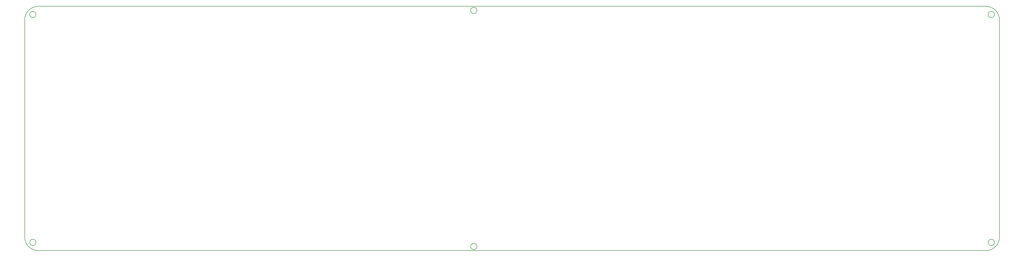
<source format=gm1>
G04 #@! TF.GenerationSoftware,KiCad,Pcbnew,(5.1.9)-1*
G04 #@! TF.CreationDate,2021-06-08T14:58:39-04:00*
G04 #@! TF.ProjectId,kastenwagen-bottom-plate,6b617374-656e-4776-9167-656e2d626f74,rev?*
G04 #@! TF.SameCoordinates,Original*
G04 #@! TF.FileFunction,Profile,NP*
%FSLAX46Y46*%
G04 Gerber Fmt 4.6, Leading zero omitted, Abs format (unit mm)*
G04 Created by KiCad (PCBNEW (5.1.9)-1) date 2021-06-08 14:58:39*
%MOMM*%
%LPD*%
G01*
G04 APERTURE LIST*
G04 #@! TA.AperFunction,Profile*
%ADD10C,0.200000*%
G04 #@! TD*
G04 #@! TA.AperFunction,Profile*
%ADD11C,0.150000*%
G04 #@! TD*
G04 APERTURE END LIST*
D10*
X11500000Y-12000000D02*
G75*
G02*
X16500000Y-7000000I5000000J0D01*
G01*
X11500000Y-91500000D02*
X11500000Y-12000000D01*
X16500000Y-96500000D02*
G75*
G02*
X11500000Y-91500000I0J5000000D01*
G01*
X16500000Y-7000000D02*
X363000000Y-7000000D01*
X363000000Y-7000000D02*
G75*
G02*
X368000000Y-12000000I0J-5000000D01*
G01*
X16500000Y-96500000D02*
X363000000Y-96500000D01*
X368000000Y-91500000D02*
X368000000Y-12000000D01*
X368000000Y-91500000D02*
G75*
G02*
X363000000Y-96500000I-5000000J0D01*
G01*
D11*
X176900000Y-95000000D02*
G75*
G03*
X176900000Y-95000000I-1150000J0D01*
G01*
X15650000Y-93500000D02*
G75*
G03*
X15650000Y-93500000I-1150000J0D01*
G01*
X15650000Y-10000000D02*
G75*
G03*
X15650000Y-10000000I-1150000J0D01*
G01*
X366150000Y-93500000D02*
G75*
G03*
X366150000Y-93500000I-1150000J0D01*
G01*
X366150000Y-10000000D02*
G75*
G03*
X366150000Y-10000000I-1150000J0D01*
G01*
X176900000Y-8500000D02*
G75*
G03*
X176900000Y-8500000I-1150000J0D01*
G01*
M02*

</source>
